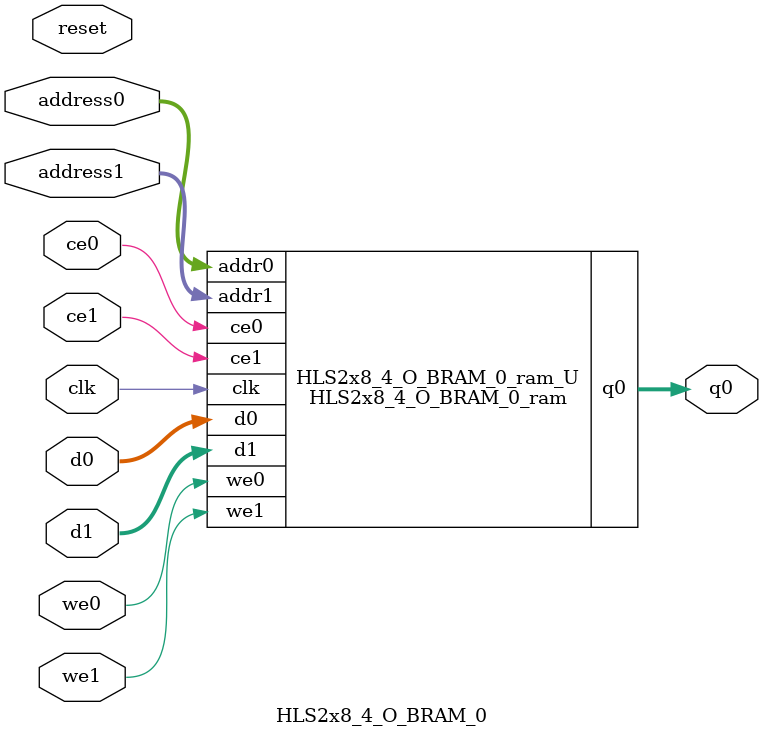
<source format=v>

`timescale 1 ns / 1 ps
module HLS2x8_4_O_BRAM_0_ram (addr0, ce0, d0, we0, q0, addr1, ce1, d1, we1,  clk);

parameter DWIDTH = 16;
parameter AWIDTH = 8;
parameter MEM_SIZE = 169;

input[AWIDTH-1:0] addr0;
input ce0;
input[DWIDTH-1:0] d0;
input we0;
output reg[DWIDTH-1:0] q0;
input[AWIDTH-1:0] addr1;
input ce1;
input[DWIDTH-1:0] d1;
input we1;
input clk;

(* ram_style = "block" *)reg [DWIDTH-1:0] ram[0:MEM_SIZE-1];




always @(posedge clk)  
begin 
    if (ce0) 
    begin
        if (we0) 
        begin 
            ram[addr0] <= d0; 
            q0 <= d0;
        end 
        else 
            q0 <= ram[addr0];
    end
end


always @(posedge clk)  
begin 
    if (ce1) 
    begin
        if (we1) 
        begin 
            ram[addr1] <= d1; 
        end 
    end
end


endmodule


`timescale 1 ns / 1 ps
module HLS2x8_4_O_BRAM_0(
    reset,
    clk,
    address0,
    ce0,
    we0,
    d0,
    q0,
    address1,
    ce1,
    we1,
    d1);

parameter DataWidth = 32'd16;
parameter AddressRange = 32'd169;
parameter AddressWidth = 32'd8;
input reset;
input clk;
input[AddressWidth - 1:0] address0;
input ce0;
input we0;
input[DataWidth - 1:0] d0;
output[DataWidth - 1:0] q0;
input[AddressWidth - 1:0] address1;
input ce1;
input we1;
input[DataWidth - 1:0] d1;



HLS2x8_4_O_BRAM_0_ram HLS2x8_4_O_BRAM_0_ram_U(
    .clk( clk ),
    .addr0( address0 ),
    .ce0( ce0 ),
    .d0( d0 ),
    .we0( we0 ),
    .q0( q0 ),
    .addr1( address1 ),
    .ce1( ce1 ),
    .d1( d1 ),
    .we1( we1 ));

endmodule


</source>
